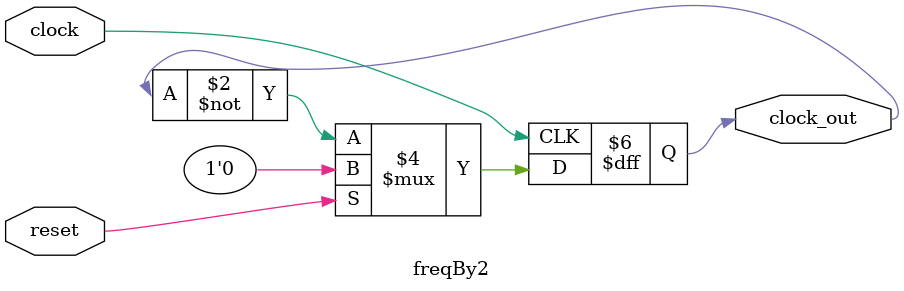
<source format=v>
module freqBy2(clock, reset, clock_out);
	input clock, reset;
	output reg clock_out;
	
	always @(posedge clock)begin
		if(reset)
			clock_out <= 1'b0;
		else
			clock_out <= ~clock_out;	
	end
		
endmodule

</source>
